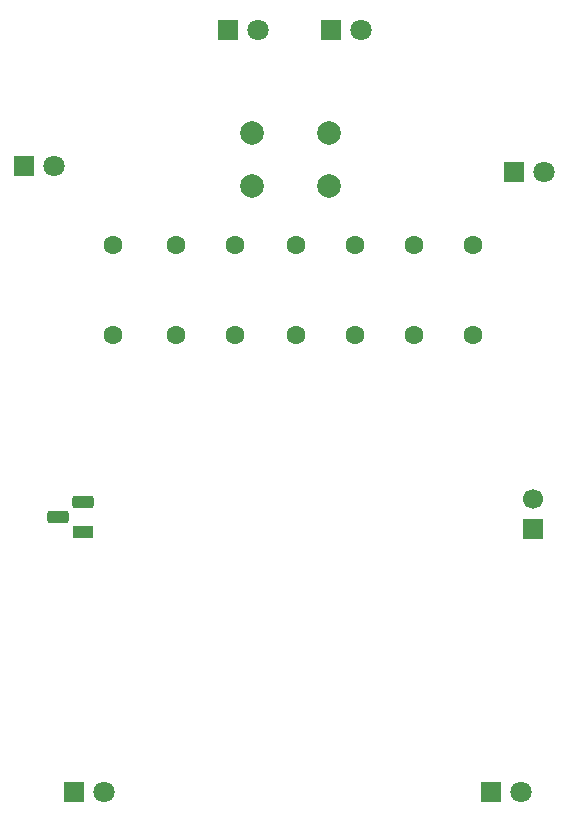
<source format=gts>
G04 #@! TF.GenerationSoftware,KiCad,Pcbnew,9.0.2*
G04 #@! TF.CreationDate,2025-06-21T22:02:28+02:00*
G04 #@! TF.ProjectId,Keychain,4b657963-6861-4696-9e2e-6b696361645f,rev?*
G04 #@! TF.SameCoordinates,Original*
G04 #@! TF.FileFunction,Soldermask,Top*
G04 #@! TF.FilePolarity,Negative*
%FSLAX46Y46*%
G04 Gerber Fmt 4.6, Leading zero omitted, Abs format (unit mm)*
G04 Created by KiCad (PCBNEW 9.0.2) date 2025-06-21 22:02:28*
%MOMM*%
%LPD*%
G01*
G04 APERTURE LIST*
G04 Aperture macros list*
%AMRoundRect*
0 Rectangle with rounded corners*
0 $1 Rounding radius*
0 $2 $3 $4 $5 $6 $7 $8 $9 X,Y pos of 4 corners*
0 Add a 4 corners polygon primitive as box body*
4,1,4,$2,$3,$4,$5,$6,$7,$8,$9,$2,$3,0*
0 Add four circle primitives for the rounded corners*
1,1,$1+$1,$2,$3*
1,1,$1+$1,$4,$5*
1,1,$1+$1,$6,$7*
1,1,$1+$1,$8,$9*
0 Add four rect primitives between the rounded corners*
20,1,$1+$1,$2,$3,$4,$5,0*
20,1,$1+$1,$4,$5,$6,$7,0*
20,1,$1+$1,$6,$7,$8,$9,0*
20,1,$1+$1,$8,$9,$2,$3,0*%
G04 Aperture macros list end*
%ADD10C,1.600000*%
%ADD11R,1.800000X1.800000*%
%ADD12C,1.800000*%
%ADD13R,1.700000X1.700000*%
%ADD14C,1.700000*%
%ADD15R,1.800000X1.100000*%
%ADD16RoundRect,0.275000X0.625000X-0.275000X0.625000X0.275000X-0.625000X0.275000X-0.625000X-0.275000X0*%
%ADD17C,2.000000*%
G04 APERTURE END LIST*
D10*
G04 #@! TO.C,4.7 k \u03A9*
X153000000Y-91690000D03*
X153000000Y-99310000D03*
G04 #@! TD*
G04 #@! TO.C,220 \u03A9*
X158350000Y-91690000D03*
X158350000Y-99310000D03*
G04 #@! TD*
D11*
G04 #@! TO.C,D2*
X171460000Y-73500000D03*
D12*
X174000000Y-73500000D03*
G04 #@! TD*
D11*
G04 #@! TO.C,LED*
X145460000Y-85000000D03*
D12*
X148000000Y-85000000D03*
G04 #@! TD*
D10*
G04 #@! TO.C,220 \u03A9*
X183500000Y-91690000D03*
X183500000Y-99310000D03*
G04 #@! TD*
G04 #@! TO.C,220 \u03A9*
X178500000Y-91690000D03*
X178500000Y-99310000D03*
G04 #@! TD*
D13*
G04 #@! TO.C,Motor*
X188500000Y-115775000D03*
D14*
X188500000Y-113235000D03*
G04 #@! TD*
D11*
G04 #@! TO.C,LED*
X149645000Y-138000000D03*
D12*
X152185000Y-138000000D03*
G04 #@! TD*
D15*
G04 #@! TO.C,NPN*
X150400000Y-116040000D03*
D16*
X148330000Y-114770000D03*
X150400000Y-113500000D03*
G04 #@! TD*
D11*
G04 #@! TO.C,D1*
X162725000Y-73500000D03*
D12*
X165265000Y-73500000D03*
G04 #@! TD*
D17*
G04 #@! TO.C,BUTTON*
X164750000Y-82250000D03*
X171250000Y-82250000D03*
X164750000Y-86750000D03*
X171250000Y-86750000D03*
G04 #@! TD*
D10*
G04 #@! TO.C,220 \u03A9*
X163300000Y-91690000D03*
X163300000Y-99310000D03*
G04 #@! TD*
D11*
G04 #@! TO.C,LED*
X186960000Y-85500000D03*
D12*
X189500000Y-85500000D03*
G04 #@! TD*
D10*
G04 #@! TO.C,220 \u03A9*
X173500000Y-91690000D03*
X173500000Y-99310000D03*
G04 #@! TD*
G04 #@! TO.C,220 \u03A9*
X168500000Y-91690000D03*
X168500000Y-99310000D03*
G04 #@! TD*
D11*
G04 #@! TO.C,LED*
X184960000Y-138000000D03*
D12*
X187500000Y-138000000D03*
G04 #@! TD*
M02*

</source>
